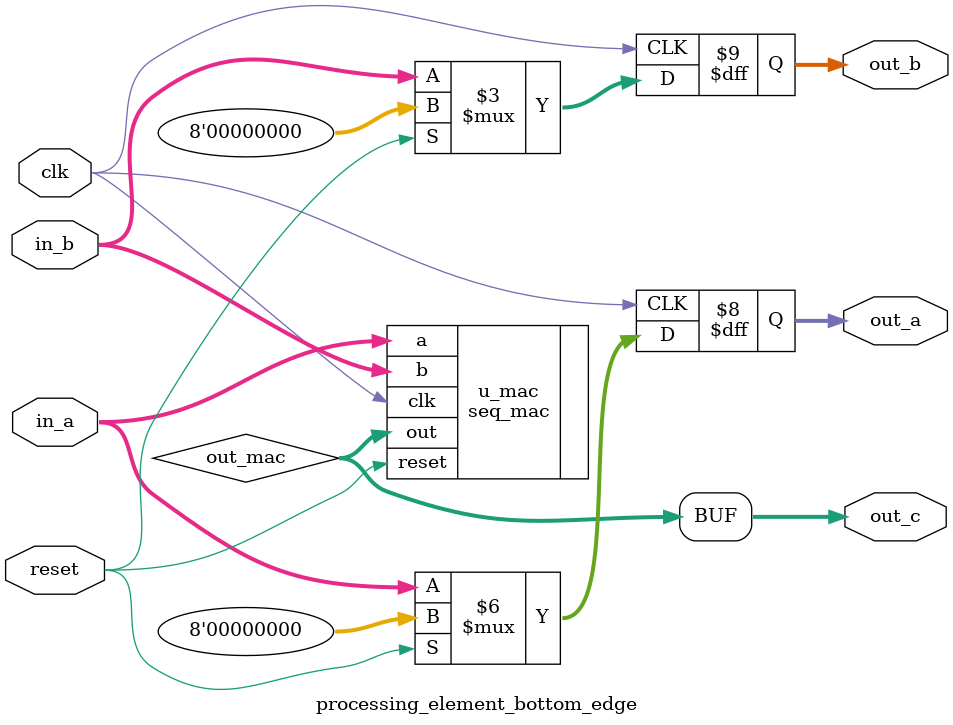
<source format=v>

`define DWIDTH 8
module processing_element_bottom_edge(
	reset, 
	clk, 
	in_a,
	in_b, 
	out_a, 
	out_b, 
	out_c
	);
   
   `ifdef complex_dsp
   
	input reset;
	input clk;
	input  [`DWIDTH-1:0] in_a;
	input  [18:0] in_b;
	output reg [`DWIDTH-1:0] out_a;
	output [18:0] out_b;
	output [`DWIDTH-1:0] out_c;  //reduced precision
   
	wire [18:0] scanout; //unconnected
	wire [63:0] chainout; //unconnected
	wire [63:0] result;
	wire [17:0] ax;
	wire [18:0] ay; //unconnected
	wire [35:0] bx;
	wire [63:0] chainin; //unconnected
	wire [18:0] scanin; 
	wire [11:0] mode_sigs;
   
	assign mode_sigs = 12'b010101010101;  //Any value of mode_sigs (structural, not functional, correctness)
	assign ax = {{(18-`DWIDTH){1'b0}}, in_a};
	//assign ay = {{(19-`DWIDTH){1'b0}}, in_b};
	assign bx = 36'b0;
	assign scanin = in_b;
   
	 //We will instantiate DSP slices with input chaining.
	 //Input chaining is only supported in the 18x19 mode or the 27x27 mode.
	 //We will use the input chain provided by the DSP for the B input. For A, the chain will be manual.
   
	 mult_add_int_18x19 u_pe(
	   .clk(clk),
	   .reset(reset),
	   .mode_sigs(mode_sigs),
	   .ax(ax),
	   .ay(ay),
	   .bx(bx),
	   .chainin(chainin),
	   .scanin(scanin),
	   .result(result),
	   .chainout(chainout),
	   .scanout(scanout)
	 );
   
	always @(posedge clk)begin
	   if(reset) begin
		 out_a<=0;
	   end
	   else begin  
		 out_a<=in_a;
	   end
	end
   
	//assign out_b = scanout;
	assign out_c = result[`DWIDTH-1:0];
   
   `else
   
	input reset;
	input clk;
	input  [`DWIDTH-1:0] in_a;
	input  [`DWIDTH-1:0] in_b;
	output reg [`DWIDTH-1:0] out_a;
	output reg [`DWIDTH-1:0] out_b;
	output [`DWIDTH-1:0] out_c;  //reduced precision
   
	wire [`DWIDTH-1:0] out_mac;
   
	assign out_c = out_mac;
   
	seq_mac u_mac(.a(in_a), .b(in_b), .out(out_mac), .reset(reset), .clk(clk));
   
	always @(posedge clk)begin
	   if(reset) begin
		 out_a<=0;
		 out_b<=0;
	   end
	   else begin  
		 out_a<=in_a;
		 out_b<=in_b;
	   end
	end
   
   `endif
	
   endmodule

</source>
